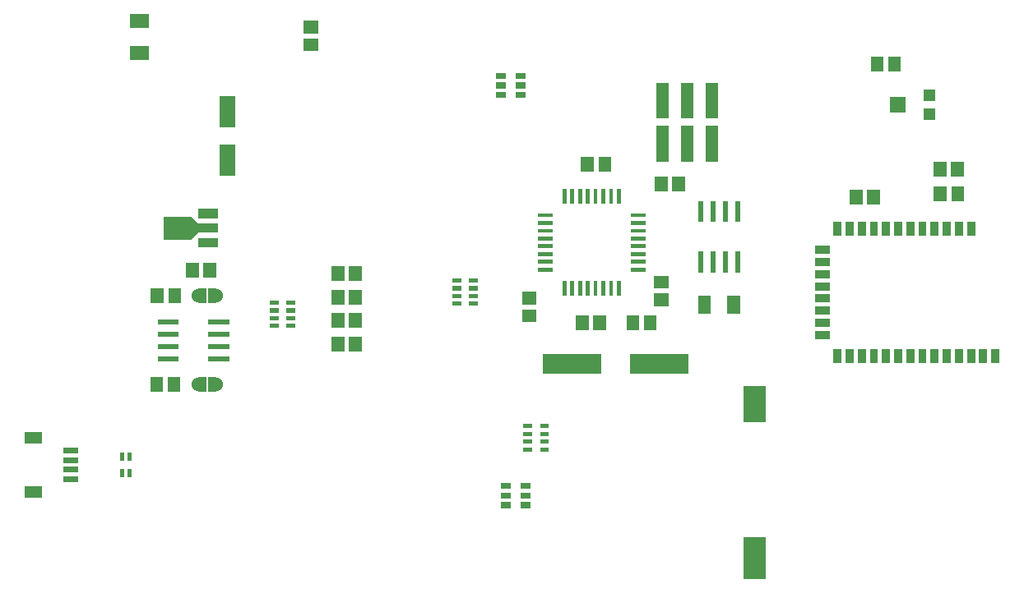
<source format=gbr>
G04 start of page 11 for group -4015 idx -4015 *
G04 Title: (unknown), toppaste *
G04 Creator: pcb 4.0.2 *
G04 CreationDate: Wed Apr 29 17:11:01 2020 UTC *
G04 For: ndholmes *
G04 Format: Gerber/RS-274X *
G04 PCB-Dimensions (mil): 4000.00 2900.00 *
G04 PCB-Coordinate-Origin: lower left *
%MOIN*%
%FSLAX25Y25*%
%LNTOPPASTE*%
%ADD98C,0.0600*%
%ADD97C,0.0001*%
G54D97*G36*
X41336Y95875D02*X39664D01*
Y92332D01*
X41336D01*
Y95875D01*
G37*
G36*
X44486D02*X42814D01*
Y92332D01*
X44486D01*
Y95875D01*
G37*
G36*
Y102571D02*X42814D01*
Y99028D01*
X44486D01*
Y102571D01*
G37*
G36*
X41336D02*X39664D01*
Y99028D01*
X41336D01*
Y102571D01*
G37*
G36*
X16649Y104487D02*Y102125D01*
X22751D01*
Y104487D01*
X16649D01*
G37*
G36*
Y100550D02*Y98188D01*
X22751D01*
Y100550D01*
X16649D01*
G37*
G36*
Y96612D02*Y94250D01*
X22751D01*
Y96612D01*
X16649D01*
G37*
G36*
Y92675D02*Y90313D01*
X22751D01*
Y92675D01*
X16649D01*
G37*
G36*
X901Y110786D02*Y106062D01*
X7987D01*
Y110786D01*
X901D01*
G37*
G36*
Y88738D02*Y84014D01*
X7987D01*
Y88738D01*
X901D01*
G37*
G36*
X174380Y173060D02*Y171388D01*
X177924D01*
Y173060D01*
X174380D01*
G37*
G36*
Y169912D02*Y168238D01*
X177924D01*
Y169912D01*
X174380D01*
G37*
G36*
Y166762D02*Y165088D01*
X177924D01*
Y166762D01*
X174380D01*
G37*
G36*
Y163612D02*Y161940D01*
X177924D01*
Y163612D01*
X174380D01*
G37*
G36*
X181076D02*Y161940D01*
X184620D01*
Y163612D01*
X181076D01*
G37*
G36*
Y166762D02*Y165088D01*
X184620D01*
Y166762D01*
X181076D01*
G37*
G36*
Y169912D02*Y168238D01*
X184620D01*
Y169912D01*
X181076D01*
G37*
G36*
Y173060D02*Y171388D01*
X184620D01*
Y173060D01*
X181076D01*
G37*
G54D98*X78400Y130000D03*
G54D97*G36*
Y133000D02*X75400D01*
Y127000D01*
X78400D01*
Y133000D01*
G37*
G54D98*X71600Y130000D03*
G54D97*G36*
X74600Y133000D02*X71600D01*
Y127000D01*
X74600D01*
Y133000D01*
G37*
G54D98*X71600Y166000D03*
G54D97*G36*
X74600Y169000D02*X71600D01*
Y163000D01*
X74600D01*
Y169000D01*
G37*
G54D98*X78400Y166000D03*
G54D97*G36*
Y169000D02*X75400D01*
Y163000D01*
X78400D01*
Y169000D01*
G37*
G36*
X100380Y164060D02*Y162388D01*
X103923D01*
Y164060D01*
X100380D01*
G37*
G36*
Y160912D02*Y159238D01*
X103923D01*
Y160912D01*
X100380D01*
G37*
G36*
Y157762D02*Y156088D01*
X103923D01*
Y157762D01*
X100380D01*
G37*
G36*
Y154612D02*Y152940D01*
X103923D01*
Y154612D01*
X100380D01*
G37*
G36*
X107077D02*Y152940D01*
X110620D01*
Y154612D01*
X107077D01*
G37*
G36*
Y157762D02*Y156088D01*
X110620D01*
Y157762D01*
X107077D01*
G37*
G36*
Y160912D02*Y159238D01*
X110620D01*
Y160912D01*
X107077D01*
G37*
G36*
Y164060D02*Y162388D01*
X110620D01*
Y164060D01*
X107077D01*
G37*
G36*
X78602Y179452D02*X73484D01*
Y173548D01*
X78602D01*
Y179452D01*
G37*
G36*
X71516D02*X66398D01*
Y173548D01*
X71516D01*
Y179452D01*
G37*
G36*
X203180Y113960D02*Y112288D01*
X206724D01*
Y113960D01*
X203180D01*
G37*
G36*
Y110812D02*Y109138D01*
X206724D01*
Y110812D01*
X203180D01*
G37*
G36*
Y107662D02*Y105988D01*
X206724D01*
Y107662D01*
X203180D01*
G37*
G36*
Y104512D02*Y102840D01*
X206724D01*
Y104512D01*
X203180D01*
G37*
G36*
X209876D02*Y102840D01*
X213420D01*
Y104512D01*
X209876D01*
G37*
G36*
Y107662D02*Y105988D01*
X213420D01*
Y107662D01*
X209876D01*
G37*
G36*
Y110812D02*Y109138D01*
X213420D01*
Y110812D01*
X209876D01*
G37*
G36*
Y113960D02*Y112288D01*
X213420D01*
Y113960D01*
X209876D01*
G37*
G36*
X238702Y222252D02*X233584D01*
Y216348D01*
X238702D01*
Y222252D01*
G37*
G36*
X231616D02*X226498D01*
Y216348D01*
X231616D01*
Y222252D01*
G37*
G36*
X256048Y174102D02*Y168984D01*
X261952D01*
Y174102D01*
X256048D01*
G37*
G36*
Y167016D02*Y161898D01*
X261952D01*
Y167016D01*
X256048D01*
G37*
G36*
X348973Y262952D02*X343855D01*
Y257048D01*
X348973D01*
Y262952D01*
G37*
G36*
X356059D02*X350941D01*
Y257048D01*
X356059D01*
Y262952D01*
G37*
G36*
X57216Y168952D02*X52098D01*
Y163048D01*
X57216D01*
Y168952D01*
G37*
G36*
X64302D02*X59184D01*
Y163048D01*
X64302D01*
Y168952D01*
G37*
G36*
X64102Y132952D02*X58984D01*
Y127048D01*
X64102D01*
Y132952D01*
G37*
G36*
X57016D02*X51898D01*
Y127048D01*
X57016D01*
Y132952D01*
G37*
G36*
X261516Y214452D02*X256398D01*
Y208548D01*
X261516D01*
Y214452D01*
G37*
G36*
X268602D02*X263484D01*
Y208548D01*
X268602D01*
Y214452D01*
G37*
G36*
X86450Y247142D02*X80150D01*
Y234543D01*
X86450D01*
Y247142D01*
G37*
G36*
Y227457D02*X80150D01*
Y214858D01*
X86450D01*
Y227457D01*
G37*
G36*
X202548Y167645D02*Y162527D01*
X208452D01*
Y167645D01*
X202548D01*
G37*
G36*
Y160559D02*Y155441D01*
X208452D01*
Y160559D01*
X202548D01*
G37*
G36*
X114048Y277602D02*Y272484D01*
X119952D01*
Y277602D01*
X114048D01*
G37*
G36*
Y270516D02*Y265398D01*
X119952D01*
Y270516D01*
X114048D01*
G37*
G36*
X191900Y256500D02*Y254100D01*
X195900D01*
Y256500D01*
X191900D01*
G37*
G36*
Y252600D02*Y250200D01*
X195900D01*
Y252600D01*
X191900D01*
G37*
G36*
Y248700D02*Y246300D01*
X195900D01*
Y248700D01*
X191900D01*
G37*
G36*
X200100D02*Y246300D01*
X204100D01*
Y248700D01*
X200100D01*
G37*
G36*
Y252600D02*Y250200D01*
X204100D01*
Y252600D01*
X200100D01*
G37*
G36*
Y256500D02*Y254100D01*
X204100D01*
Y256500D01*
X200100D01*
G37*
G36*
X71421Y189484D02*Y185704D01*
X79295D01*
Y189484D01*
X71421D01*
G37*
G36*
X63705Y195390D02*Y191610D01*
X79295D01*
Y195390D01*
X63705D01*
G37*
G36*
X57246Y198225D02*Y188775D01*
X68586D01*
Y198225D01*
X57246D01*
G37*
G36*
X71426Y191615D02*X70006Y193035D01*
X67166Y190195D01*
X68586Y188775D01*
X71426Y191615D01*
G37*
G36*
X68586Y198225D02*X67166Y196805D01*
X70006Y193965D01*
X71426Y195385D01*
X68586Y198225D01*
G37*
G36*
X71421Y201296D02*Y197516D01*
X79295D01*
Y201296D01*
X71421D01*
G37*
G36*
X75400Y141500D02*Y139500D01*
X83900D01*
Y141500D01*
X75400D01*
G37*
G36*
Y146500D02*Y144500D01*
X83900D01*
Y146500D01*
X75400D01*
G37*
G36*
Y151500D02*Y149500D01*
X83900D01*
Y151500D01*
X75400D01*
G37*
G36*
Y156500D02*Y154500D01*
X83900D01*
Y156500D01*
X75400D01*
G37*
G36*
X54900D02*Y154500D01*
X63400D01*
Y156500D01*
X54900D01*
G37*
G36*
Y151500D02*Y149500D01*
X63400D01*
Y151500D01*
X54900D01*
G37*
G36*
Y146500D02*Y144500D01*
X63400D01*
Y146500D01*
X54900D01*
G37*
G36*
Y141500D02*Y139500D01*
X63400D01*
Y141500D01*
X54900D01*
G37*
G36*
X43750Y267250D02*Y261750D01*
X51250D01*
Y267250D01*
X43750D01*
G37*
G36*
Y280250D02*Y274750D01*
X51250D01*
Y280250D01*
X43750D01*
G37*
G36*
X279154Y166240D02*X274036D01*
Y158760D01*
X279154D01*
Y166240D01*
G37*
G36*
X290964D02*X285846D01*
Y158760D01*
X290964D01*
Y166240D01*
G37*
G36*
X250016Y157952D02*X244898D01*
Y152048D01*
X250016D01*
Y157952D01*
G37*
G36*
X257102D02*X251984D01*
Y152048D01*
X257102D01*
Y157952D01*
G37*
G36*
X236602D02*X231484D01*
Y152048D01*
X236602D01*
Y157952D01*
G37*
G36*
X229516D02*X224398D01*
Y152048D01*
X229516D01*
Y157952D01*
G37*
G36*
X210972Y142437D02*Y134563D01*
X234594D01*
Y142437D01*
X210972D01*
G37*
G36*
X246406D02*Y134563D01*
X270028D01*
Y142437D01*
X246406D01*
G37*
G36*
X220564Y171921D02*X218990D01*
Y165921D01*
X220564D01*
Y171921D01*
G37*
G36*
X223713D02*X222139D01*
Y165921D01*
X223713D01*
Y171921D01*
G37*
G36*
X226863D02*X225289D01*
Y165921D01*
X226863D01*
Y171921D01*
G37*
G36*
X230012D02*X228438D01*
Y165921D01*
X230012D01*
Y171921D01*
G37*
G36*
X233162D02*X231588D01*
Y165921D01*
X233162D01*
Y171921D01*
G37*
G36*
X236312D02*X234738D01*
Y165921D01*
X236312D01*
Y171921D01*
G37*
G36*
X239461D02*X237887D01*
Y165921D01*
X239461D01*
Y171921D01*
G37*
G36*
X242611D02*X241037D01*
Y165921D01*
X242611D01*
Y171921D01*
G37*
G36*
X246579Y177464D02*Y175890D01*
X252579D01*
Y177464D01*
X246579D01*
G37*
G36*
Y180613D02*Y179039D01*
X252579D01*
Y180613D01*
X246579D01*
G37*
G36*
Y183763D02*Y182189D01*
X252579D01*
Y183763D01*
X246579D01*
G37*
G36*
Y186912D02*Y185338D01*
X252579D01*
Y186912D01*
X246579D01*
G37*
G36*
Y190062D02*Y188488D01*
X252579D01*
Y190062D01*
X246579D01*
G37*
G36*
Y193212D02*Y191638D01*
X252579D01*
Y193212D01*
X246579D01*
G37*
G36*
Y196361D02*Y194787D01*
X252579D01*
Y196361D01*
X246579D01*
G37*
G36*
Y199511D02*Y197937D01*
X252579D01*
Y199511D01*
X246579D01*
G37*
G36*
X242610Y209479D02*X241036D01*
Y203479D01*
X242610D01*
Y209479D01*
G37*
G36*
X239461D02*X237887D01*
Y203479D01*
X239461D01*
Y209479D01*
G37*
G36*
X236311D02*X234737D01*
Y203479D01*
X236311D01*
Y209479D01*
G37*
G36*
X233162D02*X231588D01*
Y203479D01*
X233162D01*
Y209479D01*
G37*
G36*
X230012D02*X228438D01*
Y203479D01*
X230012D01*
Y209479D01*
G37*
G36*
X226862D02*X225288D01*
Y203479D01*
X226862D01*
Y209479D01*
G37*
G36*
X223713D02*X222139D01*
Y203479D01*
X223713D01*
Y209479D01*
G37*
G36*
X220563D02*X218989D01*
Y203479D01*
X220563D01*
Y209479D01*
G37*
G36*
X209021Y199510D02*Y197936D01*
X215021D01*
Y199510D01*
X209021D01*
G37*
G36*
Y196361D02*Y194787D01*
X215021D01*
Y196361D01*
X209021D01*
G37*
G36*
Y193211D02*Y191637D01*
X215021D01*
Y193211D01*
X209021D01*
G37*
G36*
Y190062D02*Y188488D01*
X215021D01*
Y190062D01*
X209021D01*
G37*
G36*
Y186912D02*Y185338D01*
X215021D01*
Y186912D01*
X209021D01*
G37*
G36*
Y183762D02*Y182188D01*
X215021D01*
Y183762D01*
X209021D01*
G37*
G36*
Y180613D02*Y179039D01*
X215021D01*
Y180613D01*
X209021D01*
G37*
G36*
Y177463D02*Y175889D01*
X215021D01*
Y177463D01*
X209021D01*
G37*
G36*
X276000Y184000D02*X274000D01*
Y175500D01*
X276000D01*
Y184000D01*
G37*
G36*
X281000D02*X279000D01*
Y175500D01*
X281000D01*
Y184000D01*
G37*
G36*
X286000D02*X284000D01*
Y175500D01*
X286000D01*
Y184000D01*
G37*
G36*
X291000D02*X289000D01*
Y175500D01*
X291000D01*
Y184000D01*
G37*
G36*
Y204500D02*X289000D01*
Y196000D01*
X291000D01*
Y204500D01*
G37*
G36*
X286000D02*X284000D01*
Y196000D01*
X286000D01*
Y204500D01*
G37*
G36*
X281000D02*X279000D01*
Y196000D01*
X281000D01*
Y204500D01*
G37*
G36*
X276000D02*X274000D01*
Y196000D01*
X276000D01*
Y204500D01*
G37*
G36*
X386196Y196050D02*X382896D01*
Y190348D01*
X386196D01*
Y196050D01*
G37*
G36*
X381274D02*X377974D01*
Y190348D01*
X381274D01*
Y196050D01*
G37*
G36*
X376353D02*X373053D01*
Y190348D01*
X376353D01*
Y196050D01*
G37*
G36*
X371432D02*X368132D01*
Y190348D01*
X371432D01*
Y196050D01*
G37*
G36*
X366511D02*X363211D01*
Y190348D01*
X366511D01*
Y196050D01*
G37*
G36*
X361589D02*X358289D01*
Y190348D01*
X361589D01*
Y196050D01*
G37*
G36*
X356668D02*X353368D01*
Y190348D01*
X356668D01*
Y196050D01*
G37*
G36*
X351747D02*X348447D01*
Y190348D01*
X351747D01*
Y196050D01*
G37*
G36*
X346826D02*X343526D01*
Y190348D01*
X346826D01*
Y196050D01*
G37*
G36*
X341904D02*X338604D01*
Y190348D01*
X341904D01*
Y196050D01*
G37*
G36*
X336983D02*X333683D01*
Y190348D01*
X336983D01*
Y196050D01*
G37*
G36*
X332062D02*X328762D01*
Y190348D01*
X332062D01*
Y196050D01*
G37*
G36*
X321502Y186274D02*Y182974D01*
X327200D01*
Y186274D01*
X321502D01*
G37*
G36*
Y181353D02*Y178053D01*
X327200D01*
Y181353D01*
X321502D01*
G37*
G36*
Y176432D02*Y173132D01*
X327200D01*
Y176432D01*
X321502D01*
G37*
G36*
Y171511D02*Y168211D01*
X327200D01*
Y171511D01*
X321502D01*
G37*
G36*
Y166589D02*Y163289D01*
X327200D01*
Y166589D01*
X321502D01*
G37*
G36*
Y161668D02*Y158368D01*
X327200D01*
Y161668D01*
X321502D01*
G37*
G36*
Y156747D02*Y153447D01*
X327200D01*
Y156747D01*
X321502D01*
G37*
G36*
Y151826D02*Y148526D01*
X327200D01*
Y151826D01*
X321502D01*
G37*
G36*
X332062Y144452D02*X328762D01*
Y138750D01*
X332062D01*
Y144452D01*
G37*
G36*
X336983D02*X333683D01*
Y138750D01*
X336983D01*
Y144452D01*
G37*
G36*
X341904D02*X338604D01*
Y138750D01*
X341904D01*
Y144452D01*
G37*
G36*
X346826D02*X343526D01*
Y138750D01*
X346826D01*
Y144452D01*
G37*
G36*
X351747D02*X348447D01*
Y138750D01*
X351747D01*
Y144452D01*
G37*
G36*
X356668D02*X353368D01*
Y138750D01*
X356668D01*
Y144452D01*
G37*
G36*
X361589D02*X358289D01*
Y138750D01*
X361589D01*
Y144452D01*
G37*
G36*
X366511D02*X363211D01*
Y138750D01*
X366511D01*
Y144452D01*
G37*
G36*
X371432D02*X368132D01*
Y138750D01*
X371432D01*
Y144452D01*
G37*
G36*
X376353D02*X373053D01*
Y138750D01*
X376353D01*
Y144452D01*
G37*
G36*
X381274D02*X377974D01*
Y138750D01*
X381274D01*
Y144452D01*
G37*
G36*
X386196D02*X382896D01*
Y138750D01*
X386196D01*
Y144452D01*
G37*
G36*
X391117D02*X387817D01*
Y138750D01*
X391117D01*
Y144452D01*
G37*
G36*
X396038D02*X392738D01*
Y138750D01*
X396038D01*
Y144452D01*
G37*
G36*
X301400Y68145D02*X292200D01*
Y51145D01*
X301400D01*
Y68145D01*
G37*
G36*
Y129277D02*X292200D01*
Y114838D01*
X301400D01*
Y129277D01*
G37*
G36*
X374559Y210452D02*X369441D01*
Y204548D01*
X374559D01*
Y210452D01*
G37*
G36*
X381645D02*X376527D01*
Y204548D01*
X381645D01*
Y210452D01*
G37*
G36*
X374516Y220452D02*X369398D01*
Y214548D01*
X374516D01*
Y220452D01*
G37*
G36*
X381602D02*X376484D01*
Y214548D01*
X381602D01*
Y220452D01*
G37*
G36*
X340516Y208952D02*X335398D01*
Y203048D01*
X340516D01*
Y208952D01*
G37*
G36*
X347602D02*X342484D01*
Y203048D01*
X347602D01*
Y208952D01*
G37*
G36*
X369900Y241950D02*X365200D01*
Y237249D01*
X369900D01*
Y241950D01*
G37*
G36*
Y249751D02*X365200D01*
Y245050D01*
X369900D01*
Y249751D01*
G37*
G36*
X357900Y246651D02*X351600D01*
Y240350D01*
X357900D01*
Y246651D01*
G37*
G36*
X130516Y158952D02*X125398D01*
Y153048D01*
X130516D01*
Y158952D01*
G37*
G36*
X137602D02*X132484D01*
Y153048D01*
X137602D01*
Y158952D01*
G37*
G36*
X130516Y177952D02*X125398D01*
Y172048D01*
X130516D01*
Y177952D01*
G37*
G36*
X137602D02*X132484D01*
Y172048D01*
X137602D01*
Y177952D01*
G37*
G36*
X130516Y149452D02*X125398D01*
Y143548D01*
X130516D01*
Y149452D01*
G37*
G36*
X137602D02*X132484D01*
Y143548D01*
X137602D01*
Y149452D01*
G37*
G36*
X130516Y168452D02*X125398D01*
Y162548D01*
X130516D01*
Y168452D01*
G37*
G36*
X137602D02*X132484D01*
Y162548D01*
X137602D01*
Y168452D01*
G37*
G36*
X262000Y235004D02*X257000D01*
Y220516D01*
X262000D01*
Y235004D01*
G37*
G36*
X272000D02*X267000D01*
Y220516D01*
X272000D01*
Y235004D01*
G37*
G36*
X282000D02*X277000D01*
Y220516D01*
X282000D01*
Y235004D01*
G37*
G36*
Y252484D02*X277000D01*
Y237996D01*
X282000D01*
Y252484D01*
G37*
G36*
X272000D02*X267000D01*
Y237996D01*
X272000D01*
Y252484D01*
G37*
G36*
X262000D02*X257000D01*
Y237996D01*
X262000D01*
Y252484D01*
G37*
G36*
X202100Y82300D02*Y79900D01*
X206100D01*
Y82300D01*
X202100D01*
G37*
G36*
Y86200D02*Y83800D01*
X206100D01*
Y86200D01*
X202100D01*
G37*
G36*
Y90100D02*Y87700D01*
X206100D01*
Y90100D01*
X202100D01*
G37*
G36*
X193900D02*Y87700D01*
X197900D01*
Y90100D01*
X193900D01*
G37*
G36*
Y86200D02*Y83800D01*
X197900D01*
Y86200D01*
X193900D01*
G37*
G36*
Y82300D02*Y79900D01*
X197900D01*
Y82300D01*
X193900D01*
G37*
M02*

</source>
